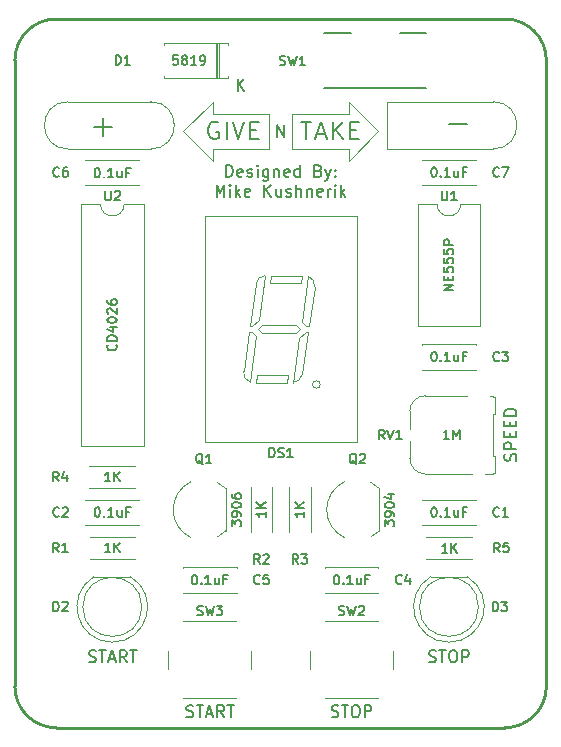
<source format=gbr>
%TF.GenerationSoftware,KiCad,Pcbnew,(5.1.8)-1*%
%TF.CreationDate,2020-12-28T19:23:03-06:00*%
%TF.ProjectId,Reaction Time Game,52656163-7469-46f6-9e20-54696d652047,rev?*%
%TF.SameCoordinates,Original*%
%TF.FileFunction,Legend,Top*%
%TF.FilePolarity,Positive*%
%FSLAX46Y46*%
G04 Gerber Fmt 4.6, Leading zero omitted, Abs format (unit mm)*
G04 Created by KiCad (PCBNEW (5.1.8)-1) date 2020-12-28 19:23:03*
%MOMM*%
%LPD*%
G01*
G04 APERTURE LIST*
%ADD10C,0.150000*%
%ADD11C,0.200000*%
%ADD12C,0.120000*%
%TA.AperFunction,Profile*%
%ADD13C,0.254000*%
%TD*%
G04 APERTURE END LIST*
D10*
X119904761Y-107390476D02*
X119952380Y-107247619D01*
X119952380Y-107009523D01*
X119904761Y-106914285D01*
X119857142Y-106866666D01*
X119761904Y-106819047D01*
X119666666Y-106819047D01*
X119571428Y-106866666D01*
X119523809Y-106914285D01*
X119476190Y-107009523D01*
X119428571Y-107200000D01*
X119380952Y-107295238D01*
X119333333Y-107342857D01*
X119238095Y-107390476D01*
X119142857Y-107390476D01*
X119047619Y-107342857D01*
X119000000Y-107295238D01*
X118952380Y-107200000D01*
X118952380Y-106961904D01*
X119000000Y-106819047D01*
X119952380Y-106390476D02*
X118952380Y-106390476D01*
X118952380Y-106009523D01*
X119000000Y-105914285D01*
X119047619Y-105866666D01*
X119142857Y-105819047D01*
X119285714Y-105819047D01*
X119380952Y-105866666D01*
X119428571Y-105914285D01*
X119476190Y-106009523D01*
X119476190Y-106390476D01*
X119428571Y-105390476D02*
X119428571Y-105057142D01*
X119952380Y-104914285D02*
X119952380Y-105390476D01*
X118952380Y-105390476D01*
X118952380Y-104914285D01*
X119428571Y-104485714D02*
X119428571Y-104152380D01*
X119952380Y-104009523D02*
X119952380Y-104485714D01*
X118952380Y-104485714D01*
X118952380Y-104009523D01*
X119952380Y-103580952D02*
X118952380Y-103580952D01*
X118952380Y-103342857D01*
X119000000Y-103200000D01*
X119095238Y-103104761D01*
X119190476Y-103057142D01*
X119380952Y-103009523D01*
X119523809Y-103009523D01*
X119714285Y-103057142D01*
X119809523Y-103104761D01*
X119904761Y-103200000D01*
X119952380Y-103342857D01*
X119952380Y-103580952D01*
D11*
X115761904Y-78857142D02*
X114238095Y-78857142D01*
X84238095Y-79142857D02*
X85761904Y-79142857D01*
X85000000Y-79904761D02*
X85000000Y-78380952D01*
D10*
X95853304Y-112949523D02*
X95853304Y-112454285D01*
X96158066Y-112720952D01*
X96158066Y-112606666D01*
X96196161Y-112530476D01*
X96234257Y-112492380D01*
X96310447Y-112454285D01*
X96500923Y-112454285D01*
X96577114Y-112492380D01*
X96615209Y-112530476D01*
X96653304Y-112606666D01*
X96653304Y-112835238D01*
X96615209Y-112911428D01*
X96577114Y-112949523D01*
X96653304Y-112073333D02*
X96653304Y-111920952D01*
X96615209Y-111844761D01*
X96577114Y-111806666D01*
X96462828Y-111730476D01*
X96310447Y-111692380D01*
X96005685Y-111692380D01*
X95929495Y-111730476D01*
X95891400Y-111768571D01*
X95853304Y-111844761D01*
X95853304Y-111997142D01*
X95891400Y-112073333D01*
X95929495Y-112111428D01*
X96005685Y-112149523D01*
X96196161Y-112149523D01*
X96272352Y-112111428D01*
X96310447Y-112073333D01*
X96348542Y-111997142D01*
X96348542Y-111844761D01*
X96310447Y-111768571D01*
X96272352Y-111730476D01*
X96196161Y-111692380D01*
X95853304Y-111197142D02*
X95853304Y-111120952D01*
X95891400Y-111044761D01*
X95929495Y-111006666D01*
X96005685Y-110968571D01*
X96158066Y-110930476D01*
X96348542Y-110930476D01*
X96500923Y-110968571D01*
X96577114Y-111006666D01*
X96615209Y-111044761D01*
X96653304Y-111120952D01*
X96653304Y-111197142D01*
X96615209Y-111273333D01*
X96577114Y-111311428D01*
X96500923Y-111349523D01*
X96348542Y-111387619D01*
X96158066Y-111387619D01*
X96005685Y-111349523D01*
X95929495Y-111311428D01*
X95891400Y-111273333D01*
X95853304Y-111197142D01*
X95853304Y-110244761D02*
X95853304Y-110397142D01*
X95891400Y-110473333D01*
X95929495Y-110511428D01*
X96043780Y-110587619D01*
X96196161Y-110625714D01*
X96500923Y-110625714D01*
X96577114Y-110587619D01*
X96615209Y-110549523D01*
X96653304Y-110473333D01*
X96653304Y-110320952D01*
X96615209Y-110244761D01*
X96577114Y-110206666D01*
X96500923Y-110168571D01*
X96310447Y-110168571D01*
X96234257Y-110206666D01*
X96196161Y-110244761D01*
X96158066Y-110320952D01*
X96158066Y-110473333D01*
X96196161Y-110549523D01*
X96234257Y-110587619D01*
X96310447Y-110625714D01*
X108811904Y-112949523D02*
X108811904Y-112454285D01*
X109116666Y-112720952D01*
X109116666Y-112606666D01*
X109154761Y-112530476D01*
X109192857Y-112492380D01*
X109269047Y-112454285D01*
X109459523Y-112454285D01*
X109535714Y-112492380D01*
X109573809Y-112530476D01*
X109611904Y-112606666D01*
X109611904Y-112835238D01*
X109573809Y-112911428D01*
X109535714Y-112949523D01*
X109611904Y-112073333D02*
X109611904Y-111920952D01*
X109573809Y-111844761D01*
X109535714Y-111806666D01*
X109421428Y-111730476D01*
X109269047Y-111692380D01*
X108964285Y-111692380D01*
X108888095Y-111730476D01*
X108850000Y-111768571D01*
X108811904Y-111844761D01*
X108811904Y-111997142D01*
X108850000Y-112073333D01*
X108888095Y-112111428D01*
X108964285Y-112149523D01*
X109154761Y-112149523D01*
X109230952Y-112111428D01*
X109269047Y-112073333D01*
X109307142Y-111997142D01*
X109307142Y-111844761D01*
X109269047Y-111768571D01*
X109230952Y-111730476D01*
X109154761Y-111692380D01*
X108811904Y-111197142D02*
X108811904Y-111120952D01*
X108850000Y-111044761D01*
X108888095Y-111006666D01*
X108964285Y-110968571D01*
X109116666Y-110930476D01*
X109307142Y-110930476D01*
X109459523Y-110968571D01*
X109535714Y-111006666D01*
X109573809Y-111044761D01*
X109611904Y-111120952D01*
X109611904Y-111197142D01*
X109573809Y-111273333D01*
X109535714Y-111311428D01*
X109459523Y-111349523D01*
X109307142Y-111387619D01*
X109116666Y-111387619D01*
X108964285Y-111349523D01*
X108888095Y-111311428D01*
X108850000Y-111273333D01*
X108811904Y-111197142D01*
X109078571Y-110244761D02*
X109611904Y-110244761D01*
X108773809Y-110435238D02*
X109345238Y-110625714D01*
X109345238Y-110130476D01*
X95380952Y-83377380D02*
X95380952Y-82377380D01*
X95619047Y-82377380D01*
X95761904Y-82425000D01*
X95857142Y-82520238D01*
X95904761Y-82615476D01*
X95952380Y-82805952D01*
X95952380Y-82948809D01*
X95904761Y-83139285D01*
X95857142Y-83234523D01*
X95761904Y-83329761D01*
X95619047Y-83377380D01*
X95380952Y-83377380D01*
X96761904Y-83329761D02*
X96666666Y-83377380D01*
X96476190Y-83377380D01*
X96380952Y-83329761D01*
X96333333Y-83234523D01*
X96333333Y-82853571D01*
X96380952Y-82758333D01*
X96476190Y-82710714D01*
X96666666Y-82710714D01*
X96761904Y-82758333D01*
X96809523Y-82853571D01*
X96809523Y-82948809D01*
X96333333Y-83044047D01*
X97190476Y-83329761D02*
X97285714Y-83377380D01*
X97476190Y-83377380D01*
X97571428Y-83329761D01*
X97619047Y-83234523D01*
X97619047Y-83186904D01*
X97571428Y-83091666D01*
X97476190Y-83044047D01*
X97333333Y-83044047D01*
X97238095Y-82996428D01*
X97190476Y-82901190D01*
X97190476Y-82853571D01*
X97238095Y-82758333D01*
X97333333Y-82710714D01*
X97476190Y-82710714D01*
X97571428Y-82758333D01*
X98047619Y-83377380D02*
X98047619Y-82710714D01*
X98047619Y-82377380D02*
X98000000Y-82425000D01*
X98047619Y-82472619D01*
X98095238Y-82425000D01*
X98047619Y-82377380D01*
X98047619Y-82472619D01*
X98952380Y-82710714D02*
X98952380Y-83520238D01*
X98904761Y-83615476D01*
X98857142Y-83663095D01*
X98761904Y-83710714D01*
X98619047Y-83710714D01*
X98523809Y-83663095D01*
X98952380Y-83329761D02*
X98857142Y-83377380D01*
X98666666Y-83377380D01*
X98571428Y-83329761D01*
X98523809Y-83282142D01*
X98476190Y-83186904D01*
X98476190Y-82901190D01*
X98523809Y-82805952D01*
X98571428Y-82758333D01*
X98666666Y-82710714D01*
X98857142Y-82710714D01*
X98952380Y-82758333D01*
X99428571Y-82710714D02*
X99428571Y-83377380D01*
X99428571Y-82805952D02*
X99476190Y-82758333D01*
X99571428Y-82710714D01*
X99714285Y-82710714D01*
X99809523Y-82758333D01*
X99857142Y-82853571D01*
X99857142Y-83377380D01*
X100714285Y-83329761D02*
X100619047Y-83377380D01*
X100428571Y-83377380D01*
X100333333Y-83329761D01*
X100285714Y-83234523D01*
X100285714Y-82853571D01*
X100333333Y-82758333D01*
X100428571Y-82710714D01*
X100619047Y-82710714D01*
X100714285Y-82758333D01*
X100761904Y-82853571D01*
X100761904Y-82948809D01*
X100285714Y-83044047D01*
X101619047Y-83377380D02*
X101619047Y-82377380D01*
X101619047Y-83329761D02*
X101523809Y-83377380D01*
X101333333Y-83377380D01*
X101238095Y-83329761D01*
X101190476Y-83282142D01*
X101142857Y-83186904D01*
X101142857Y-82901190D01*
X101190476Y-82805952D01*
X101238095Y-82758333D01*
X101333333Y-82710714D01*
X101523809Y-82710714D01*
X101619047Y-82758333D01*
X103190476Y-82853571D02*
X103333333Y-82901190D01*
X103380952Y-82948809D01*
X103428571Y-83044047D01*
X103428571Y-83186904D01*
X103380952Y-83282142D01*
X103333333Y-83329761D01*
X103238095Y-83377380D01*
X102857142Y-83377380D01*
X102857142Y-82377380D01*
X103190476Y-82377380D01*
X103285714Y-82425000D01*
X103333333Y-82472619D01*
X103380952Y-82567857D01*
X103380952Y-82663095D01*
X103333333Y-82758333D01*
X103285714Y-82805952D01*
X103190476Y-82853571D01*
X102857142Y-82853571D01*
X103761904Y-82710714D02*
X104000000Y-83377380D01*
X104238095Y-82710714D02*
X104000000Y-83377380D01*
X103904761Y-83615476D01*
X103857142Y-83663095D01*
X103761904Y-83710714D01*
X104619047Y-83282142D02*
X104666666Y-83329761D01*
X104619047Y-83377380D01*
X104571428Y-83329761D01*
X104619047Y-83282142D01*
X104619047Y-83377380D01*
X104619047Y-82758333D02*
X104666666Y-82805952D01*
X104619047Y-82853571D01*
X104571428Y-82805952D01*
X104619047Y-82758333D01*
X104619047Y-82853571D01*
X94571428Y-85027380D02*
X94571428Y-84027380D01*
X94904761Y-84741666D01*
X95238095Y-84027380D01*
X95238095Y-85027380D01*
X95714285Y-85027380D02*
X95714285Y-84360714D01*
X95714285Y-84027380D02*
X95666666Y-84075000D01*
X95714285Y-84122619D01*
X95761904Y-84075000D01*
X95714285Y-84027380D01*
X95714285Y-84122619D01*
X96190476Y-85027380D02*
X96190476Y-84027380D01*
X96285714Y-84646428D02*
X96571428Y-85027380D01*
X96571428Y-84360714D02*
X96190476Y-84741666D01*
X97380952Y-84979761D02*
X97285714Y-85027380D01*
X97095238Y-85027380D01*
X97000000Y-84979761D01*
X96952380Y-84884523D01*
X96952380Y-84503571D01*
X97000000Y-84408333D01*
X97095238Y-84360714D01*
X97285714Y-84360714D01*
X97380952Y-84408333D01*
X97428571Y-84503571D01*
X97428571Y-84598809D01*
X96952380Y-84694047D01*
X98619047Y-85027380D02*
X98619047Y-84027380D01*
X99190476Y-85027380D02*
X98761904Y-84455952D01*
X99190476Y-84027380D02*
X98619047Y-84598809D01*
X100047619Y-84360714D02*
X100047619Y-85027380D01*
X99619047Y-84360714D02*
X99619047Y-84884523D01*
X99666666Y-84979761D01*
X99761904Y-85027380D01*
X99904761Y-85027380D01*
X100000000Y-84979761D01*
X100047619Y-84932142D01*
X100476190Y-84979761D02*
X100571428Y-85027380D01*
X100761904Y-85027380D01*
X100857142Y-84979761D01*
X100904761Y-84884523D01*
X100904761Y-84836904D01*
X100857142Y-84741666D01*
X100761904Y-84694047D01*
X100619047Y-84694047D01*
X100523809Y-84646428D01*
X100476190Y-84551190D01*
X100476190Y-84503571D01*
X100523809Y-84408333D01*
X100619047Y-84360714D01*
X100761904Y-84360714D01*
X100857142Y-84408333D01*
X101333333Y-85027380D02*
X101333333Y-84027380D01*
X101761904Y-85027380D02*
X101761904Y-84503571D01*
X101714285Y-84408333D01*
X101619047Y-84360714D01*
X101476190Y-84360714D01*
X101380952Y-84408333D01*
X101333333Y-84455952D01*
X102238095Y-84360714D02*
X102238095Y-85027380D01*
X102238095Y-84455952D02*
X102285714Y-84408333D01*
X102380952Y-84360714D01*
X102523809Y-84360714D01*
X102619047Y-84408333D01*
X102666666Y-84503571D01*
X102666666Y-85027380D01*
X103523809Y-84979761D02*
X103428571Y-85027380D01*
X103238095Y-85027380D01*
X103142857Y-84979761D01*
X103095238Y-84884523D01*
X103095238Y-84503571D01*
X103142857Y-84408333D01*
X103238095Y-84360714D01*
X103428571Y-84360714D01*
X103523809Y-84408333D01*
X103571428Y-84503571D01*
X103571428Y-84598809D01*
X103095238Y-84694047D01*
X104000000Y-85027380D02*
X104000000Y-84360714D01*
X104000000Y-84551190D02*
X104047619Y-84455952D01*
X104095238Y-84408333D01*
X104190476Y-84360714D01*
X104285714Y-84360714D01*
X104619047Y-85027380D02*
X104619047Y-84360714D01*
X104619047Y-84027380D02*
X104571428Y-84075000D01*
X104619047Y-84122619D01*
X104666666Y-84075000D01*
X104619047Y-84027380D01*
X104619047Y-84122619D01*
X105095238Y-85027380D02*
X105095238Y-84027380D01*
X105190476Y-84646428D02*
X105476190Y-85027380D01*
X105476190Y-84360714D02*
X105095238Y-84741666D01*
D12*
X105750000Y-78000000D02*
X101000000Y-78000000D01*
X105750000Y-81000000D02*
X101000000Y-81000000D01*
X105750000Y-81000000D02*
X105750000Y-82000000D01*
X105750000Y-78000000D02*
X105750000Y-77000000D01*
X105750000Y-77000000D02*
X108250000Y-79500000D01*
X105750000Y-82000000D02*
X108250000Y-79500000D01*
X101000000Y-81000000D02*
X101000000Y-78000000D01*
D13*
X122500000Y-73500000D02*
X122500000Y-126500000D01*
X77500000Y-126500000D02*
X77500000Y-73500000D01*
X81000000Y-130000000D02*
X119000000Y-130000000D01*
X81000000Y-70000000D02*
X119000000Y-70000000D01*
D12*
X99000000Y-78000000D02*
X99000000Y-81000000D01*
X94250000Y-77000000D02*
X91750000Y-79500000D01*
X94250000Y-82000000D02*
X91750000Y-79500000D01*
X94250000Y-81000000D02*
X94250000Y-82000000D01*
X94250000Y-78000000D02*
X94250000Y-77000000D01*
X94250000Y-81000000D02*
X99000000Y-81000000D01*
X94250000Y-78000000D02*
X99000000Y-78000000D01*
D11*
X101750000Y-78678571D02*
X102607142Y-78678571D01*
X102178571Y-80178571D02*
X102178571Y-78678571D01*
X103035714Y-79750000D02*
X103750000Y-79750000D01*
X102892857Y-80178571D02*
X103392857Y-78678571D01*
X103892857Y-80178571D01*
X104392857Y-80178571D02*
X104392857Y-78678571D01*
X105250000Y-80178571D02*
X104607142Y-79321428D01*
X105250000Y-78678571D02*
X104392857Y-79535714D01*
X105892857Y-79392857D02*
X106392857Y-79392857D01*
X106607142Y-80178571D02*
X105892857Y-80178571D01*
X105892857Y-78678571D01*
X106607142Y-78678571D01*
D10*
X99714285Y-79952380D02*
X99714285Y-78952380D01*
X100285714Y-79952380D01*
X100285714Y-78952380D01*
D11*
X94714285Y-78750000D02*
X94571428Y-78678571D01*
X94357142Y-78678571D01*
X94142857Y-78750000D01*
X94000000Y-78892857D01*
X93928571Y-79035714D01*
X93857142Y-79321428D01*
X93857142Y-79535714D01*
X93928571Y-79821428D01*
X94000000Y-79964285D01*
X94142857Y-80107142D01*
X94357142Y-80178571D01*
X94500000Y-80178571D01*
X94714285Y-80107142D01*
X94785714Y-80035714D01*
X94785714Y-79535714D01*
X94500000Y-79535714D01*
X95428571Y-80178571D02*
X95428571Y-78678571D01*
X95928571Y-78678571D02*
X96428571Y-80178571D01*
X96928571Y-78678571D01*
X97428571Y-79392857D02*
X97928571Y-79392857D01*
X98142857Y-80178571D02*
X97428571Y-80178571D01*
X97428571Y-78678571D01*
X98142857Y-78678571D01*
D13*
X122500000Y-126500000D02*
G75*
G02*
X119000000Y-130000000I-3500000J0D01*
G01*
X81000000Y-130000000D02*
G75*
G02*
X77500000Y-126500000I0J3500000D01*
G01*
X119000000Y-70000000D02*
G75*
G02*
X122500000Y-73500000I0J-3500000D01*
G01*
X77500000Y-73500000D02*
G75*
G02*
X81000000Y-70000000I3500000J0D01*
G01*
D12*
X83805000Y-107860000D02*
X87645000Y-107860000D01*
X83805000Y-109700000D02*
X87645000Y-109700000D01*
X83480000Y-110710000D02*
X88020000Y-110710000D01*
X83480000Y-112850000D02*
X88020000Y-112850000D01*
X83480000Y-110710000D02*
X83480000Y-110725000D01*
X83480000Y-112835000D02*
X83480000Y-112850000D01*
X88020000Y-110710000D02*
X88020000Y-110725000D01*
X88020000Y-112835000D02*
X88020000Y-112850000D01*
X109000000Y-77000000D02*
X109000000Y-81000000D01*
X118000000Y-81000000D02*
X109000000Y-81000000D01*
X118000000Y-77000000D02*
X109000000Y-77000000D01*
X118000000Y-77000000D02*
G75*
G02*
X118000000Y-81000000I0J-2000000D01*
G01*
X82000000Y-81000000D02*
X89000000Y-81000000D01*
X82000000Y-77000000D02*
X89000000Y-77000000D01*
X82000000Y-81000000D02*
G75*
G02*
X82000000Y-77000000I0J2000000D01*
G01*
X89000000Y-77000000D02*
G75*
G02*
X89000000Y-81000000I0J-2000000D01*
G01*
D10*
X106000000Y-71200000D02*
X103700000Y-71200000D01*
X112300000Y-75800000D02*
X103700000Y-75800000D01*
X112300000Y-71200000D02*
X110100000Y-71200000D01*
D12*
X93575000Y-105850000D02*
X106425000Y-105850000D01*
X106425000Y-105850000D02*
X106425000Y-86650000D01*
X93575000Y-105850000D02*
X93575000Y-86650000D01*
X93575000Y-86650000D02*
X106425000Y-86650000D01*
X101829390Y-100067277D02*
X102328627Y-96515000D01*
X102328627Y-96515000D02*
X102116789Y-96515000D01*
X102116789Y-96515000D02*
X101590146Y-97041643D01*
X101590146Y-97041643D02*
X101065466Y-100774953D01*
X98025227Y-100118600D02*
X97932751Y-100776600D01*
X97932751Y-100776600D02*
X100530027Y-100776600D01*
X100530027Y-100776600D02*
X100622502Y-100118600D01*
X100622502Y-100118600D02*
X98025227Y-100118600D01*
X97404268Y-100728748D02*
X97949872Y-96846546D01*
X97949872Y-96846546D02*
X97618326Y-96515000D01*
X97618326Y-96515000D02*
X97332001Y-96515000D01*
X97332001Y-96515000D02*
X96864998Y-99837922D01*
X101303256Y-96579000D02*
X101632256Y-96250000D01*
X101632256Y-96250000D02*
X101303255Y-95921000D01*
X101303255Y-95921000D02*
X98431858Y-95921000D01*
X98431858Y-95921000D02*
X98102859Y-96250000D01*
X98102859Y-96250000D02*
X98431859Y-96579000D01*
X98431859Y-96579000D02*
X101303256Y-96579000D01*
X102403113Y-95985000D02*
X102870116Y-92662078D01*
X102330846Y-91771252D02*
X101785242Y-95653454D01*
X101785242Y-95653454D02*
X102116789Y-95985000D01*
X102116789Y-95985000D02*
X102403113Y-95985000D01*
X101709888Y-92381400D02*
X101802363Y-91723400D01*
X101802363Y-91723400D02*
X99205088Y-91723400D01*
X99205088Y-91723400D02*
X99112612Y-92381400D01*
X99112612Y-92381400D02*
X101709888Y-92381400D01*
X97905725Y-92432723D02*
X97406488Y-95985000D01*
X97406488Y-95985000D02*
X97618326Y-95985000D01*
X97618326Y-95985000D02*
X98144969Y-95458357D01*
X98144969Y-95458357D02*
X98669648Y-91725047D01*
X103034501Y-101271600D02*
G75*
G02*
X103034501Y-100613600I0J329000D01*
G01*
X103034501Y-100613601D02*
G75*
G02*
X103034501Y-101271599I0J-328999D01*
G01*
X97905726Y-92432722D02*
G75*
G02*
X98669648Y-91725047I815980J-114678D01*
G01*
X102330846Y-91771251D02*
G75*
G02*
X102870116Y-92662078I-276711J-776149D01*
G01*
X97404268Y-100728749D02*
G75*
G02*
X96864998Y-99837922I276711J776149D01*
G01*
X101829389Y-100067278D02*
G75*
G02*
X101065466Y-100774953I-815980J114678D01*
G01*
X108350000Y-113340000D02*
X108350000Y-109740000D01*
X107622795Y-109215816D02*
G75*
G02*
X108350000Y-109740000I-1122795J-2324184D01*
G01*
X105401193Y-109183600D02*
G75*
G03*
X103900000Y-111540000I1098807J-2356400D01*
G01*
X105401193Y-113896400D02*
G75*
G02*
X103900000Y-111540000I1098807J2356400D01*
G01*
X107622795Y-113864184D02*
G75*
G03*
X108350000Y-113340000I-1122795J2324184D01*
G01*
X95350000Y-113340000D02*
X95350000Y-109740000D01*
X94622795Y-109215816D02*
G75*
G02*
X95350000Y-109740000I-1122795J-2324184D01*
G01*
X92401193Y-109183600D02*
G75*
G03*
X90900000Y-111540000I1098807J-2356400D01*
G01*
X92401193Y-113896400D02*
G75*
G02*
X90900000Y-111540000I1098807J2356400D01*
G01*
X94622795Y-113864184D02*
G75*
G03*
X95350000Y-113340000I-1122795J2324184D01*
G01*
X118160000Y-101990000D02*
X118160000Y-103410000D01*
X117960000Y-103410000D02*
X117960000Y-106990000D01*
X117960000Y-106990000D02*
X118160000Y-106990000D01*
X118160000Y-106990000D02*
X118160000Y-108410000D01*
X118160000Y-108410000D02*
X117960000Y-108410000D01*
X110940000Y-104690000D02*
X110940000Y-103200000D01*
X112250000Y-101890000D02*
X115790000Y-101890000D01*
X116230000Y-108510000D02*
X112250000Y-108510000D01*
X110940000Y-107200000D02*
X110940000Y-105710000D01*
X117960000Y-103410000D02*
X118160000Y-103410000D01*
X118160000Y-101990000D02*
X117960000Y-101990000D01*
X117960000Y-101990000D02*
X117960000Y-101890000D01*
X117960000Y-101890000D02*
X117710000Y-101890000D01*
X117960000Y-108410000D02*
X117960000Y-108510000D01*
X117960000Y-108510000D02*
X117270000Y-108510000D01*
X110940000Y-103200000D02*
G75*
G02*
X112250000Y-101890000I1310000J0D01*
G01*
X112250000Y-108510000D02*
G75*
G02*
X110940000Y-107200000I0J1310000D01*
G01*
X109500000Y-125000000D02*
X109500000Y-123500000D01*
X108250000Y-121000000D02*
X103750000Y-121000000D01*
X102500000Y-123500000D02*
X102500000Y-125000000D01*
X103750000Y-127500000D02*
X108250000Y-127500000D01*
X112330000Y-115700000D02*
X116170000Y-115700000D01*
X112330000Y-113860000D02*
X116170000Y-113860000D01*
X100705000Y-109620000D02*
X100705000Y-113460000D01*
X102545000Y-109620000D02*
X102545000Y-113460000D01*
X99295000Y-113460000D02*
X99295000Y-109620000D01*
X97455000Y-113460000D02*
X97455000Y-109620000D01*
X87670000Y-113860000D02*
X83830000Y-113860000D01*
X87670000Y-115700000D02*
X83830000Y-115700000D01*
X115795000Y-117210000D02*
X112705000Y-117210000D01*
X116750000Y-119770000D02*
G75*
G03*
X116750000Y-119770000I-2500000J0D01*
G01*
X114250462Y-122760000D02*
G75*
G02*
X112705170Y-117210000I-462J2990000D01*
G01*
X114249538Y-122760000D02*
G75*
G03*
X115794830Y-117210000I462J2990000D01*
G01*
X87295000Y-117210000D02*
X84205000Y-117210000D01*
X88250000Y-119770000D02*
G75*
G03*
X88250000Y-119770000I-2500000J0D01*
G01*
X85750462Y-122760000D02*
G75*
G02*
X84205170Y-117210000I-462J2990000D01*
G01*
X85749538Y-122760000D02*
G75*
G03*
X87294830Y-117210000I462J2990000D01*
G01*
X96270000Y-118555000D02*
X96270000Y-118570000D01*
X96270000Y-116430000D02*
X96270000Y-116445000D01*
X91730000Y-118555000D02*
X91730000Y-118570000D01*
X91730000Y-116430000D02*
X91730000Y-116445000D01*
X91730000Y-118570000D02*
X96270000Y-118570000D01*
X91730000Y-116430000D02*
X96270000Y-116430000D01*
X108270000Y-118555000D02*
X108270000Y-118570000D01*
X108270000Y-116430000D02*
X108270000Y-116445000D01*
X103730000Y-118555000D02*
X103730000Y-118570000D01*
X103730000Y-116430000D02*
X103730000Y-116445000D01*
X103730000Y-118570000D02*
X108270000Y-118570000D01*
X103730000Y-116430000D02*
X108270000Y-116430000D01*
X111980000Y-110725000D02*
X111980000Y-110710000D01*
X111980000Y-112850000D02*
X111980000Y-112835000D01*
X116520000Y-110725000D02*
X116520000Y-110710000D01*
X116520000Y-112850000D02*
X116520000Y-112835000D01*
X116520000Y-110710000D02*
X111980000Y-110710000D01*
X116520000Y-112850000D02*
X111980000Y-112850000D01*
X88400000Y-85670000D02*
X86750000Y-85670000D01*
X88400000Y-106110000D02*
X88400000Y-85670000D01*
X83100000Y-106110000D02*
X88400000Y-106110000D01*
X83100000Y-85670000D02*
X83100000Y-106110000D01*
X84750000Y-85670000D02*
X83100000Y-85670000D01*
X86750000Y-85670000D02*
G75*
G02*
X84750000Y-85670000I-1000000J0D01*
G01*
X116900000Y-85670000D02*
X115250000Y-85670000D01*
X116900000Y-95950000D02*
X116900000Y-85670000D01*
X111600000Y-95950000D02*
X116900000Y-95950000D01*
X111600000Y-85670000D02*
X111600000Y-95950000D01*
X113250000Y-85670000D02*
X111600000Y-85670000D01*
X115250000Y-85670000D02*
G75*
G02*
X113250000Y-85670000I-1000000J0D01*
G01*
X97500000Y-125000000D02*
X97500000Y-123500000D01*
X96250000Y-121000000D02*
X91750000Y-121000000D01*
X90500000Y-123500000D02*
X90500000Y-125000000D01*
X91750000Y-127500000D02*
X96250000Y-127500000D01*
X95530000Y-74840000D02*
X95530000Y-74970000D01*
X95530000Y-74970000D02*
X90090000Y-74970000D01*
X90090000Y-74970000D02*
X90090000Y-74840000D01*
X95530000Y-72160000D02*
X95530000Y-72030000D01*
X95530000Y-72030000D02*
X90090000Y-72030000D01*
X90090000Y-72030000D02*
X90090000Y-72160000D01*
X94630000Y-74970000D02*
X94630000Y-72030000D01*
X94510000Y-74970000D02*
X94510000Y-72030000D01*
X94750000Y-74970000D02*
X94750000Y-72030000D01*
X116520000Y-84070000D02*
X111980000Y-84070000D01*
X116520000Y-81930000D02*
X111980000Y-81930000D01*
X116520000Y-84070000D02*
X116520000Y-84055000D01*
X116520000Y-81945000D02*
X116520000Y-81930000D01*
X111980000Y-84070000D02*
X111980000Y-84055000D01*
X111980000Y-81945000D02*
X111980000Y-81930000D01*
X83480000Y-81930000D02*
X88020000Y-81930000D01*
X83480000Y-84070000D02*
X88020000Y-84070000D01*
X83480000Y-81930000D02*
X83480000Y-81945000D01*
X83480000Y-84055000D02*
X83480000Y-84070000D01*
X88020000Y-81930000D02*
X88020000Y-81945000D01*
X88020000Y-84055000D02*
X88020000Y-84070000D01*
X111980000Y-97550000D02*
X116520000Y-97550000D01*
X111980000Y-99690000D02*
X116520000Y-99690000D01*
X111980000Y-97550000D02*
X111980000Y-97565000D01*
X111980000Y-99675000D02*
X111980000Y-99690000D01*
X116520000Y-97550000D02*
X116520000Y-97565000D01*
X116520000Y-99675000D02*
X116520000Y-99690000D01*
D10*
X81198214Y-109141904D02*
X80931547Y-108760952D01*
X80741071Y-109141904D02*
X80741071Y-108341904D01*
X81045833Y-108341904D01*
X81122023Y-108380000D01*
X81160119Y-108418095D01*
X81198214Y-108494285D01*
X81198214Y-108608571D01*
X81160119Y-108684761D01*
X81122023Y-108722857D01*
X81045833Y-108760952D01*
X80741071Y-108760952D01*
X81883928Y-108608571D02*
X81883928Y-109141904D01*
X81693452Y-108303809D02*
X81502976Y-108875238D01*
X81998214Y-108875238D01*
X85578571Y-109141904D02*
X85121428Y-109141904D01*
X85350000Y-109141904D02*
X85350000Y-108341904D01*
X85273809Y-108456190D01*
X85197619Y-108532380D01*
X85121428Y-108570476D01*
X85921428Y-109141904D02*
X85921428Y-108341904D01*
X86378571Y-109141904D02*
X86035714Y-108684761D01*
X86378571Y-108341904D02*
X85921428Y-108799047D01*
X81238214Y-112065714D02*
X81200119Y-112103809D01*
X81085833Y-112141904D01*
X81009642Y-112141904D01*
X80895357Y-112103809D01*
X80819166Y-112027619D01*
X80781071Y-111951428D01*
X80742976Y-111799047D01*
X80742976Y-111684761D01*
X80781071Y-111532380D01*
X80819166Y-111456190D01*
X80895357Y-111380000D01*
X81009642Y-111341904D01*
X81085833Y-111341904D01*
X81200119Y-111380000D01*
X81238214Y-111418095D01*
X81542976Y-111418095D02*
X81581071Y-111380000D01*
X81657261Y-111341904D01*
X81847738Y-111341904D01*
X81923928Y-111380000D01*
X81962023Y-111418095D01*
X82000119Y-111494285D01*
X82000119Y-111570476D01*
X81962023Y-111684761D01*
X81504880Y-112141904D01*
X82000119Y-112141904D01*
X84435714Y-111341904D02*
X84511904Y-111341904D01*
X84588095Y-111380000D01*
X84626190Y-111418095D01*
X84664285Y-111494285D01*
X84702380Y-111646666D01*
X84702380Y-111837142D01*
X84664285Y-111989523D01*
X84626190Y-112065714D01*
X84588095Y-112103809D01*
X84511904Y-112141904D01*
X84435714Y-112141904D01*
X84359523Y-112103809D01*
X84321428Y-112065714D01*
X84283333Y-111989523D01*
X84245238Y-111837142D01*
X84245238Y-111646666D01*
X84283333Y-111494285D01*
X84321428Y-111418095D01*
X84359523Y-111380000D01*
X84435714Y-111341904D01*
X85045238Y-112065714D02*
X85083333Y-112103809D01*
X85045238Y-112141904D01*
X85007142Y-112103809D01*
X85045238Y-112065714D01*
X85045238Y-112141904D01*
X85845238Y-112141904D02*
X85388095Y-112141904D01*
X85616666Y-112141904D02*
X85616666Y-111341904D01*
X85540476Y-111456190D01*
X85464285Y-111532380D01*
X85388095Y-111570476D01*
X86530952Y-111608571D02*
X86530952Y-112141904D01*
X86188095Y-111608571D02*
X86188095Y-112027619D01*
X86226190Y-112103809D01*
X86302380Y-112141904D01*
X86416666Y-112141904D01*
X86492857Y-112103809D01*
X86530952Y-112065714D01*
X87178571Y-111722857D02*
X86911904Y-111722857D01*
X86911904Y-112141904D02*
X86911904Y-111341904D01*
X87292857Y-111341904D01*
X99941733Y-73874609D02*
X100056019Y-73912704D01*
X100246495Y-73912704D01*
X100322685Y-73874609D01*
X100360780Y-73836514D01*
X100398876Y-73760323D01*
X100398876Y-73684133D01*
X100360780Y-73607942D01*
X100322685Y-73569847D01*
X100246495Y-73531752D01*
X100094114Y-73493657D01*
X100017923Y-73455561D01*
X99979828Y-73417466D01*
X99941733Y-73341276D01*
X99941733Y-73265085D01*
X99979828Y-73188895D01*
X100017923Y-73150800D01*
X100094114Y-73112704D01*
X100284590Y-73112704D01*
X100398876Y-73150800D01*
X100665542Y-73112704D02*
X100856019Y-73912704D01*
X101008400Y-73341276D01*
X101160780Y-73912704D01*
X101351257Y-73112704D01*
X102075066Y-73912704D02*
X101617923Y-73912704D01*
X101846495Y-73912704D02*
X101846495Y-73112704D01*
X101770304Y-73226990D01*
X101694114Y-73303180D01*
X101617923Y-73341276D01*
X99028571Y-107111904D02*
X99028571Y-106311904D01*
X99219047Y-106311904D01*
X99333333Y-106350000D01*
X99409523Y-106426190D01*
X99447619Y-106502380D01*
X99485714Y-106654761D01*
X99485714Y-106769047D01*
X99447619Y-106921428D01*
X99409523Y-106997619D01*
X99333333Y-107073809D01*
X99219047Y-107111904D01*
X99028571Y-107111904D01*
X99790476Y-107073809D02*
X99904761Y-107111904D01*
X100095238Y-107111904D01*
X100171428Y-107073809D01*
X100209523Y-107035714D01*
X100247619Y-106959523D01*
X100247619Y-106883333D01*
X100209523Y-106807142D01*
X100171428Y-106769047D01*
X100095238Y-106730952D01*
X99942857Y-106692857D01*
X99866666Y-106654761D01*
X99828571Y-106616666D01*
X99790476Y-106540476D01*
X99790476Y-106464285D01*
X99828571Y-106388095D01*
X99866666Y-106350000D01*
X99942857Y-106311904D01*
X100133333Y-106311904D01*
X100247619Y-106350000D01*
X101009523Y-107111904D02*
X100552380Y-107111904D01*
X100780952Y-107111904D02*
X100780952Y-106311904D01*
X100704761Y-106426190D01*
X100628571Y-106502380D01*
X100552380Y-106540476D01*
X106423809Y-107688095D02*
X106347619Y-107650000D01*
X106271428Y-107573809D01*
X106157142Y-107459523D01*
X106080952Y-107421428D01*
X106004761Y-107421428D01*
X106042857Y-107611904D02*
X105966666Y-107573809D01*
X105890476Y-107497619D01*
X105852380Y-107345238D01*
X105852380Y-107078571D01*
X105890476Y-106926190D01*
X105966666Y-106850000D01*
X106042857Y-106811904D01*
X106195238Y-106811904D01*
X106271428Y-106850000D01*
X106347619Y-106926190D01*
X106385714Y-107078571D01*
X106385714Y-107345238D01*
X106347619Y-107497619D01*
X106271428Y-107573809D01*
X106195238Y-107611904D01*
X106042857Y-107611904D01*
X106690476Y-106888095D02*
X106728571Y-106850000D01*
X106804761Y-106811904D01*
X106995238Y-106811904D01*
X107071428Y-106850000D01*
X107109523Y-106888095D01*
X107147619Y-106964285D01*
X107147619Y-107040476D01*
X107109523Y-107154761D01*
X106652380Y-107611904D01*
X107147619Y-107611904D01*
X93423809Y-107688095D02*
X93347619Y-107650000D01*
X93271428Y-107573809D01*
X93157142Y-107459523D01*
X93080952Y-107421428D01*
X93004761Y-107421428D01*
X93042857Y-107611904D02*
X92966666Y-107573809D01*
X92890476Y-107497619D01*
X92852380Y-107345238D01*
X92852380Y-107078571D01*
X92890476Y-106926190D01*
X92966666Y-106850000D01*
X93042857Y-106811904D01*
X93195238Y-106811904D01*
X93271428Y-106850000D01*
X93347619Y-106926190D01*
X93385714Y-107078571D01*
X93385714Y-107345238D01*
X93347619Y-107497619D01*
X93271428Y-107573809D01*
X93195238Y-107611904D01*
X93042857Y-107611904D01*
X94147619Y-107611904D02*
X93690476Y-107611904D01*
X93919047Y-107611904D02*
X93919047Y-106811904D01*
X93842857Y-106926190D01*
X93766666Y-107002380D01*
X93690476Y-107040476D01*
X108802500Y-105561904D02*
X108535833Y-105180952D01*
X108345357Y-105561904D02*
X108345357Y-104761904D01*
X108650119Y-104761904D01*
X108726309Y-104800000D01*
X108764404Y-104838095D01*
X108802500Y-104914285D01*
X108802500Y-105028571D01*
X108764404Y-105104761D01*
X108726309Y-105142857D01*
X108650119Y-105180952D01*
X108345357Y-105180952D01*
X109031071Y-104761904D02*
X109297738Y-105561904D01*
X109564404Y-104761904D01*
X110250119Y-105561904D02*
X109792976Y-105561904D01*
X110021547Y-105561904D02*
X110021547Y-104761904D01*
X109945357Y-104876190D01*
X109869166Y-104952380D01*
X109792976Y-104990476D01*
X114271428Y-105561904D02*
X113814285Y-105561904D01*
X114042857Y-105561904D02*
X114042857Y-104761904D01*
X113966666Y-104876190D01*
X113890476Y-104952380D01*
X113814285Y-104990476D01*
X114614285Y-105561904D02*
X114614285Y-104761904D01*
X114880952Y-105333333D01*
X115147619Y-104761904D01*
X115147619Y-105561904D01*
X104933333Y-120448809D02*
X105047619Y-120486904D01*
X105238095Y-120486904D01*
X105314285Y-120448809D01*
X105352380Y-120410714D01*
X105390476Y-120334523D01*
X105390476Y-120258333D01*
X105352380Y-120182142D01*
X105314285Y-120144047D01*
X105238095Y-120105952D01*
X105085714Y-120067857D01*
X105009523Y-120029761D01*
X104971428Y-119991666D01*
X104933333Y-119915476D01*
X104933333Y-119839285D01*
X104971428Y-119763095D01*
X105009523Y-119725000D01*
X105085714Y-119686904D01*
X105276190Y-119686904D01*
X105390476Y-119725000D01*
X105657142Y-119686904D02*
X105847619Y-120486904D01*
X106000000Y-119915476D01*
X106152380Y-120486904D01*
X106342857Y-119686904D01*
X106609523Y-119763095D02*
X106647619Y-119725000D01*
X106723809Y-119686904D01*
X106914285Y-119686904D01*
X106990476Y-119725000D01*
X107028571Y-119763095D01*
X107066666Y-119839285D01*
X107066666Y-119915476D01*
X107028571Y-120029761D01*
X106571428Y-120486904D01*
X107066666Y-120486904D01*
X104309523Y-129054761D02*
X104452380Y-129102380D01*
X104690476Y-129102380D01*
X104785714Y-129054761D01*
X104833333Y-129007142D01*
X104880952Y-128911904D01*
X104880952Y-128816666D01*
X104833333Y-128721428D01*
X104785714Y-128673809D01*
X104690476Y-128626190D01*
X104500000Y-128578571D01*
X104404761Y-128530952D01*
X104357142Y-128483333D01*
X104309523Y-128388095D01*
X104309523Y-128292857D01*
X104357142Y-128197619D01*
X104404761Y-128150000D01*
X104500000Y-128102380D01*
X104738095Y-128102380D01*
X104880952Y-128150000D01*
X105166666Y-128102380D02*
X105738095Y-128102380D01*
X105452380Y-129102380D02*
X105452380Y-128102380D01*
X106261904Y-128102380D02*
X106452380Y-128102380D01*
X106547619Y-128150000D01*
X106642857Y-128245238D01*
X106690476Y-128435714D01*
X106690476Y-128769047D01*
X106642857Y-128959523D01*
X106547619Y-129054761D01*
X106452380Y-129102380D01*
X106261904Y-129102380D01*
X106166666Y-129054761D01*
X106071428Y-128959523D01*
X106023809Y-128769047D01*
X106023809Y-128435714D01*
X106071428Y-128245238D01*
X106166666Y-128150000D01*
X106261904Y-128102380D01*
X107119047Y-129102380D02*
X107119047Y-128102380D01*
X107500000Y-128102380D01*
X107595238Y-128150000D01*
X107642857Y-128197619D01*
X107690476Y-128292857D01*
X107690476Y-128435714D01*
X107642857Y-128530952D01*
X107595238Y-128578571D01*
X107500000Y-128626190D01*
X107119047Y-128626190D01*
X118535119Y-115141904D02*
X118268452Y-114760952D01*
X118077976Y-115141904D02*
X118077976Y-114341904D01*
X118382738Y-114341904D01*
X118458928Y-114380000D01*
X118497023Y-114418095D01*
X118535119Y-114494285D01*
X118535119Y-114608571D01*
X118497023Y-114684761D01*
X118458928Y-114722857D01*
X118382738Y-114760952D01*
X118077976Y-114760952D01*
X119258928Y-114341904D02*
X118877976Y-114341904D01*
X118839880Y-114722857D01*
X118877976Y-114684761D01*
X118954166Y-114646666D01*
X119144642Y-114646666D01*
X119220833Y-114684761D01*
X119258928Y-114722857D01*
X119297023Y-114799047D01*
X119297023Y-114989523D01*
X119258928Y-115065714D01*
X119220833Y-115103809D01*
X119144642Y-115141904D01*
X118954166Y-115141904D01*
X118877976Y-115103809D01*
X118839880Y-115065714D01*
X114103971Y-115192704D02*
X113646828Y-115192704D01*
X113875400Y-115192704D02*
X113875400Y-114392704D01*
X113799209Y-114506990D01*
X113723019Y-114583180D01*
X113646828Y-114621276D01*
X114446828Y-115192704D02*
X114446828Y-114392704D01*
X114903971Y-115192704D02*
X114561114Y-114735561D01*
X114903971Y-114392704D02*
X114446828Y-114849847D01*
X101491666Y-116111904D02*
X101225000Y-115730952D01*
X101034523Y-116111904D02*
X101034523Y-115311904D01*
X101339285Y-115311904D01*
X101415476Y-115350000D01*
X101453571Y-115388095D01*
X101491666Y-115464285D01*
X101491666Y-115578571D01*
X101453571Y-115654761D01*
X101415476Y-115692857D01*
X101339285Y-115730952D01*
X101034523Y-115730952D01*
X101758333Y-115311904D02*
X102253571Y-115311904D01*
X101986904Y-115616666D01*
X102101190Y-115616666D01*
X102177380Y-115654761D01*
X102215476Y-115692857D01*
X102253571Y-115769047D01*
X102253571Y-115959523D01*
X102215476Y-116035714D01*
X102177380Y-116073809D01*
X102101190Y-116111904D01*
X101872619Y-116111904D01*
X101796428Y-116073809D01*
X101758333Y-116035714D01*
X101986904Y-111711428D02*
X101986904Y-112168571D01*
X101986904Y-111940000D02*
X101186904Y-111940000D01*
X101301190Y-112016190D01*
X101377380Y-112092380D01*
X101415476Y-112168571D01*
X101986904Y-111368571D02*
X101186904Y-111368571D01*
X101986904Y-110911428D02*
X101529761Y-111254285D01*
X101186904Y-110911428D02*
X101644047Y-111368571D01*
X98241666Y-116111904D02*
X97975000Y-115730952D01*
X97784523Y-116111904D02*
X97784523Y-115311904D01*
X98089285Y-115311904D01*
X98165476Y-115350000D01*
X98203571Y-115388095D01*
X98241666Y-115464285D01*
X98241666Y-115578571D01*
X98203571Y-115654761D01*
X98165476Y-115692857D01*
X98089285Y-115730952D01*
X97784523Y-115730952D01*
X98546428Y-115388095D02*
X98584523Y-115350000D01*
X98660714Y-115311904D01*
X98851190Y-115311904D01*
X98927380Y-115350000D01*
X98965476Y-115388095D01*
X99003571Y-115464285D01*
X99003571Y-115540476D01*
X98965476Y-115654761D01*
X98508333Y-116111904D01*
X99003571Y-116111904D01*
X98736904Y-111711428D02*
X98736904Y-112168571D01*
X98736904Y-111940000D02*
X97936904Y-111940000D01*
X98051190Y-112016190D01*
X98127380Y-112092380D01*
X98165476Y-112168571D01*
X98736904Y-111368571D02*
X97936904Y-111368571D01*
X98736904Y-110911428D02*
X98279761Y-111254285D01*
X97936904Y-110911428D02*
X98394047Y-111368571D01*
X81198214Y-115141904D02*
X80931547Y-114760952D01*
X80741071Y-115141904D02*
X80741071Y-114341904D01*
X81045833Y-114341904D01*
X81122023Y-114380000D01*
X81160119Y-114418095D01*
X81198214Y-114494285D01*
X81198214Y-114608571D01*
X81160119Y-114684761D01*
X81122023Y-114722857D01*
X81045833Y-114760952D01*
X80741071Y-114760952D01*
X81960119Y-115141904D02*
X81502976Y-115141904D01*
X81731547Y-115141904D02*
X81731547Y-114341904D01*
X81655357Y-114456190D01*
X81579166Y-114532380D01*
X81502976Y-114570476D01*
X85578571Y-115141904D02*
X85121428Y-115141904D01*
X85350000Y-115141904D02*
X85350000Y-114341904D01*
X85273809Y-114456190D01*
X85197619Y-114532380D01*
X85121428Y-114570476D01*
X85921428Y-115141904D02*
X85921428Y-114341904D01*
X86378571Y-115141904D02*
X86035714Y-114684761D01*
X86378571Y-114341904D02*
X85921428Y-114799047D01*
X117974571Y-120131904D02*
X117974571Y-119331904D01*
X118165047Y-119331904D01*
X118279333Y-119370000D01*
X118355523Y-119446190D01*
X118393619Y-119522380D01*
X118431714Y-119674761D01*
X118431714Y-119789047D01*
X118393619Y-119941428D01*
X118355523Y-120017619D01*
X118279333Y-120093809D01*
X118165047Y-120131904D01*
X117974571Y-120131904D01*
X118698380Y-119331904D02*
X119193619Y-119331904D01*
X118926952Y-119636666D01*
X119041238Y-119636666D01*
X119117428Y-119674761D01*
X119155523Y-119712857D01*
X119193619Y-119789047D01*
X119193619Y-119979523D01*
X119155523Y-120055714D01*
X119117428Y-120093809D01*
X119041238Y-120131904D01*
X118812666Y-120131904D01*
X118736476Y-120093809D01*
X118698380Y-120055714D01*
X112559523Y-124404761D02*
X112702380Y-124452380D01*
X112940476Y-124452380D01*
X113035714Y-124404761D01*
X113083333Y-124357142D01*
X113130952Y-124261904D01*
X113130952Y-124166666D01*
X113083333Y-124071428D01*
X113035714Y-124023809D01*
X112940476Y-123976190D01*
X112750000Y-123928571D01*
X112654761Y-123880952D01*
X112607142Y-123833333D01*
X112559523Y-123738095D01*
X112559523Y-123642857D01*
X112607142Y-123547619D01*
X112654761Y-123500000D01*
X112750000Y-123452380D01*
X112988095Y-123452380D01*
X113130952Y-123500000D01*
X113416666Y-123452380D02*
X113988095Y-123452380D01*
X113702380Y-124452380D02*
X113702380Y-123452380D01*
X114511904Y-123452380D02*
X114702380Y-123452380D01*
X114797619Y-123500000D01*
X114892857Y-123595238D01*
X114940476Y-123785714D01*
X114940476Y-124119047D01*
X114892857Y-124309523D01*
X114797619Y-124404761D01*
X114702380Y-124452380D01*
X114511904Y-124452380D01*
X114416666Y-124404761D01*
X114321428Y-124309523D01*
X114273809Y-124119047D01*
X114273809Y-123785714D01*
X114321428Y-123595238D01*
X114416666Y-123500000D01*
X114511904Y-123452380D01*
X115369047Y-124452380D02*
X115369047Y-123452380D01*
X115750000Y-123452380D01*
X115845238Y-123500000D01*
X115892857Y-123547619D01*
X115940476Y-123642857D01*
X115940476Y-123785714D01*
X115892857Y-123880952D01*
X115845238Y-123928571D01*
X115750000Y-123976190D01*
X115369047Y-123976190D01*
X80741071Y-120115904D02*
X80741071Y-119315904D01*
X80931547Y-119315904D01*
X81045833Y-119354000D01*
X81122023Y-119430190D01*
X81160119Y-119506380D01*
X81198214Y-119658761D01*
X81198214Y-119773047D01*
X81160119Y-119925428D01*
X81122023Y-120001619D01*
X81045833Y-120077809D01*
X80931547Y-120115904D01*
X80741071Y-120115904D01*
X81502976Y-119392095D02*
X81541071Y-119354000D01*
X81617261Y-119315904D01*
X81807738Y-119315904D01*
X81883928Y-119354000D01*
X81922023Y-119392095D01*
X81960119Y-119468285D01*
X81960119Y-119544476D01*
X81922023Y-119658761D01*
X81464880Y-120115904D01*
X81960119Y-120115904D01*
X83773809Y-124404761D02*
X83916666Y-124452380D01*
X84154761Y-124452380D01*
X84250000Y-124404761D01*
X84297619Y-124357142D01*
X84345238Y-124261904D01*
X84345238Y-124166666D01*
X84297619Y-124071428D01*
X84250000Y-124023809D01*
X84154761Y-123976190D01*
X83964285Y-123928571D01*
X83869047Y-123880952D01*
X83821428Y-123833333D01*
X83773809Y-123738095D01*
X83773809Y-123642857D01*
X83821428Y-123547619D01*
X83869047Y-123500000D01*
X83964285Y-123452380D01*
X84202380Y-123452380D01*
X84345238Y-123500000D01*
X84630952Y-123452380D02*
X85202380Y-123452380D01*
X84916666Y-124452380D02*
X84916666Y-123452380D01*
X85488095Y-124166666D02*
X85964285Y-124166666D01*
X85392857Y-124452380D02*
X85726190Y-123452380D01*
X86059523Y-124452380D01*
X86964285Y-124452380D02*
X86630952Y-123976190D01*
X86392857Y-124452380D02*
X86392857Y-123452380D01*
X86773809Y-123452380D01*
X86869047Y-123500000D01*
X86916666Y-123547619D01*
X86964285Y-123642857D01*
X86964285Y-123785714D01*
X86916666Y-123880952D01*
X86869047Y-123928571D01*
X86773809Y-123976190D01*
X86392857Y-123976190D01*
X87250000Y-123452380D02*
X87821428Y-123452380D01*
X87535714Y-124452380D02*
X87535714Y-123452380D01*
X98245119Y-117785714D02*
X98207023Y-117823809D01*
X98092738Y-117861904D01*
X98016547Y-117861904D01*
X97902261Y-117823809D01*
X97826071Y-117747619D01*
X97787976Y-117671428D01*
X97749880Y-117519047D01*
X97749880Y-117404761D01*
X97787976Y-117252380D01*
X97826071Y-117176190D01*
X97902261Y-117100000D01*
X98016547Y-117061904D01*
X98092738Y-117061904D01*
X98207023Y-117100000D01*
X98245119Y-117138095D01*
X98968928Y-117061904D02*
X98587976Y-117061904D01*
X98549880Y-117442857D01*
X98587976Y-117404761D01*
X98664166Y-117366666D01*
X98854642Y-117366666D01*
X98930833Y-117404761D01*
X98968928Y-117442857D01*
X99007023Y-117519047D01*
X99007023Y-117709523D01*
X98968928Y-117785714D01*
X98930833Y-117823809D01*
X98854642Y-117861904D01*
X98664166Y-117861904D01*
X98587976Y-117823809D01*
X98549880Y-117785714D01*
X92685714Y-117061904D02*
X92761904Y-117061904D01*
X92838095Y-117100000D01*
X92876190Y-117138095D01*
X92914285Y-117214285D01*
X92952380Y-117366666D01*
X92952380Y-117557142D01*
X92914285Y-117709523D01*
X92876190Y-117785714D01*
X92838095Y-117823809D01*
X92761904Y-117861904D01*
X92685714Y-117861904D01*
X92609523Y-117823809D01*
X92571428Y-117785714D01*
X92533333Y-117709523D01*
X92495238Y-117557142D01*
X92495238Y-117366666D01*
X92533333Y-117214285D01*
X92571428Y-117138095D01*
X92609523Y-117100000D01*
X92685714Y-117061904D01*
X93295238Y-117785714D02*
X93333333Y-117823809D01*
X93295238Y-117861904D01*
X93257142Y-117823809D01*
X93295238Y-117785714D01*
X93295238Y-117861904D01*
X94095238Y-117861904D02*
X93638095Y-117861904D01*
X93866666Y-117861904D02*
X93866666Y-117061904D01*
X93790476Y-117176190D01*
X93714285Y-117252380D01*
X93638095Y-117290476D01*
X94780952Y-117328571D02*
X94780952Y-117861904D01*
X94438095Y-117328571D02*
X94438095Y-117747619D01*
X94476190Y-117823809D01*
X94552380Y-117861904D01*
X94666666Y-117861904D01*
X94742857Y-117823809D01*
X94780952Y-117785714D01*
X95428571Y-117442857D02*
X95161904Y-117442857D01*
X95161904Y-117861904D02*
X95161904Y-117061904D01*
X95542857Y-117061904D01*
X110245119Y-117785714D02*
X110207023Y-117823809D01*
X110092738Y-117861904D01*
X110016547Y-117861904D01*
X109902261Y-117823809D01*
X109826071Y-117747619D01*
X109787976Y-117671428D01*
X109749880Y-117519047D01*
X109749880Y-117404761D01*
X109787976Y-117252380D01*
X109826071Y-117176190D01*
X109902261Y-117100000D01*
X110016547Y-117061904D01*
X110092738Y-117061904D01*
X110207023Y-117100000D01*
X110245119Y-117138095D01*
X110930833Y-117328571D02*
X110930833Y-117861904D01*
X110740357Y-117023809D02*
X110549880Y-117595238D01*
X111045119Y-117595238D01*
X104685714Y-117061904D02*
X104761904Y-117061904D01*
X104838095Y-117100000D01*
X104876190Y-117138095D01*
X104914285Y-117214285D01*
X104952380Y-117366666D01*
X104952380Y-117557142D01*
X104914285Y-117709523D01*
X104876190Y-117785714D01*
X104838095Y-117823809D01*
X104761904Y-117861904D01*
X104685714Y-117861904D01*
X104609523Y-117823809D01*
X104571428Y-117785714D01*
X104533333Y-117709523D01*
X104495238Y-117557142D01*
X104495238Y-117366666D01*
X104533333Y-117214285D01*
X104571428Y-117138095D01*
X104609523Y-117100000D01*
X104685714Y-117061904D01*
X105295238Y-117785714D02*
X105333333Y-117823809D01*
X105295238Y-117861904D01*
X105257142Y-117823809D01*
X105295238Y-117785714D01*
X105295238Y-117861904D01*
X106095238Y-117861904D02*
X105638095Y-117861904D01*
X105866666Y-117861904D02*
X105866666Y-117061904D01*
X105790476Y-117176190D01*
X105714285Y-117252380D01*
X105638095Y-117290476D01*
X106780952Y-117328571D02*
X106780952Y-117861904D01*
X106438095Y-117328571D02*
X106438095Y-117747619D01*
X106476190Y-117823809D01*
X106552380Y-117861904D01*
X106666666Y-117861904D01*
X106742857Y-117823809D01*
X106780952Y-117785714D01*
X107428571Y-117442857D02*
X107161904Y-117442857D01*
X107161904Y-117861904D02*
X107161904Y-117061904D01*
X107542857Y-117061904D01*
X118495119Y-112065714D02*
X118457023Y-112103809D01*
X118342738Y-112141904D01*
X118266547Y-112141904D01*
X118152261Y-112103809D01*
X118076071Y-112027619D01*
X118037976Y-111951428D01*
X117999880Y-111799047D01*
X117999880Y-111684761D01*
X118037976Y-111532380D01*
X118076071Y-111456190D01*
X118152261Y-111380000D01*
X118266547Y-111341904D01*
X118342738Y-111341904D01*
X118457023Y-111380000D01*
X118495119Y-111418095D01*
X119257023Y-112141904D02*
X118799880Y-112141904D01*
X119028452Y-112141904D02*
X119028452Y-111341904D01*
X118952261Y-111456190D01*
X118876071Y-111532380D01*
X118799880Y-111570476D01*
X112935714Y-111341904D02*
X113011904Y-111341904D01*
X113088095Y-111380000D01*
X113126190Y-111418095D01*
X113164285Y-111494285D01*
X113202380Y-111646666D01*
X113202380Y-111837142D01*
X113164285Y-111989523D01*
X113126190Y-112065714D01*
X113088095Y-112103809D01*
X113011904Y-112141904D01*
X112935714Y-112141904D01*
X112859523Y-112103809D01*
X112821428Y-112065714D01*
X112783333Y-111989523D01*
X112745238Y-111837142D01*
X112745238Y-111646666D01*
X112783333Y-111494285D01*
X112821428Y-111418095D01*
X112859523Y-111380000D01*
X112935714Y-111341904D01*
X113545238Y-112065714D02*
X113583333Y-112103809D01*
X113545238Y-112141904D01*
X113507142Y-112103809D01*
X113545238Y-112065714D01*
X113545238Y-112141904D01*
X114345238Y-112141904D02*
X113888095Y-112141904D01*
X114116666Y-112141904D02*
X114116666Y-111341904D01*
X114040476Y-111456190D01*
X113964285Y-111532380D01*
X113888095Y-111570476D01*
X115030952Y-111608571D02*
X115030952Y-112141904D01*
X114688095Y-111608571D02*
X114688095Y-112027619D01*
X114726190Y-112103809D01*
X114802380Y-112141904D01*
X114916666Y-112141904D01*
X114992857Y-112103809D01*
X115030952Y-112065714D01*
X115678571Y-111722857D02*
X115411904Y-111722857D01*
X115411904Y-112141904D02*
X115411904Y-111341904D01*
X115792857Y-111341904D01*
X85140476Y-84561904D02*
X85140476Y-85209523D01*
X85178571Y-85285714D01*
X85216666Y-85323809D01*
X85292857Y-85361904D01*
X85445238Y-85361904D01*
X85521428Y-85323809D01*
X85559523Y-85285714D01*
X85597619Y-85209523D01*
X85597619Y-84561904D01*
X85940476Y-84638095D02*
X85978571Y-84600000D01*
X86054761Y-84561904D01*
X86245238Y-84561904D01*
X86321428Y-84600000D01*
X86359523Y-84638095D01*
X86397619Y-84714285D01*
X86397619Y-84790476D01*
X86359523Y-84904761D01*
X85902380Y-85361904D01*
X86397619Y-85361904D01*
X86035714Y-97566190D02*
X86073809Y-97604285D01*
X86111904Y-97718571D01*
X86111904Y-97794761D01*
X86073809Y-97909047D01*
X85997619Y-97985238D01*
X85921428Y-98023333D01*
X85769047Y-98061428D01*
X85654761Y-98061428D01*
X85502380Y-98023333D01*
X85426190Y-97985238D01*
X85350000Y-97909047D01*
X85311904Y-97794761D01*
X85311904Y-97718571D01*
X85350000Y-97604285D01*
X85388095Y-97566190D01*
X86111904Y-97223333D02*
X85311904Y-97223333D01*
X85311904Y-97032857D01*
X85350000Y-96918571D01*
X85426190Y-96842380D01*
X85502380Y-96804285D01*
X85654761Y-96766190D01*
X85769047Y-96766190D01*
X85921428Y-96804285D01*
X85997619Y-96842380D01*
X86073809Y-96918571D01*
X86111904Y-97032857D01*
X86111904Y-97223333D01*
X85578571Y-96080476D02*
X86111904Y-96080476D01*
X85273809Y-96270952D02*
X85845238Y-96461428D01*
X85845238Y-95966190D01*
X85311904Y-95509047D02*
X85311904Y-95432857D01*
X85350000Y-95356666D01*
X85388095Y-95318571D01*
X85464285Y-95280476D01*
X85616666Y-95242380D01*
X85807142Y-95242380D01*
X85959523Y-95280476D01*
X86035714Y-95318571D01*
X86073809Y-95356666D01*
X86111904Y-95432857D01*
X86111904Y-95509047D01*
X86073809Y-95585238D01*
X86035714Y-95623333D01*
X85959523Y-95661428D01*
X85807142Y-95699523D01*
X85616666Y-95699523D01*
X85464285Y-95661428D01*
X85388095Y-95623333D01*
X85350000Y-95585238D01*
X85311904Y-95509047D01*
X85388095Y-94937619D02*
X85350000Y-94899523D01*
X85311904Y-94823333D01*
X85311904Y-94632857D01*
X85350000Y-94556666D01*
X85388095Y-94518571D01*
X85464285Y-94480476D01*
X85540476Y-94480476D01*
X85654761Y-94518571D01*
X86111904Y-94975714D01*
X86111904Y-94480476D01*
X85311904Y-93794761D02*
X85311904Y-93947142D01*
X85350000Y-94023333D01*
X85388095Y-94061428D01*
X85502380Y-94137619D01*
X85654761Y-94175714D01*
X85959523Y-94175714D01*
X86035714Y-94137619D01*
X86073809Y-94099523D01*
X86111904Y-94023333D01*
X86111904Y-93870952D01*
X86073809Y-93794761D01*
X86035714Y-93756666D01*
X85959523Y-93718571D01*
X85769047Y-93718571D01*
X85692857Y-93756666D01*
X85654761Y-93794761D01*
X85616666Y-93870952D01*
X85616666Y-94023333D01*
X85654761Y-94099523D01*
X85692857Y-94137619D01*
X85769047Y-94175714D01*
X113640476Y-84561904D02*
X113640476Y-85209523D01*
X113678571Y-85285714D01*
X113716666Y-85323809D01*
X113792857Y-85361904D01*
X113945238Y-85361904D01*
X114021428Y-85323809D01*
X114059523Y-85285714D01*
X114097619Y-85209523D01*
X114097619Y-84561904D01*
X114897619Y-85361904D02*
X114440476Y-85361904D01*
X114669047Y-85361904D02*
X114669047Y-84561904D01*
X114592857Y-84676190D01*
X114516666Y-84752380D01*
X114440476Y-84790476D01*
X114611904Y-92943333D02*
X113811904Y-92943333D01*
X114611904Y-92486190D01*
X113811904Y-92486190D01*
X114192857Y-92105238D02*
X114192857Y-91838571D01*
X114611904Y-91724285D02*
X114611904Y-92105238D01*
X113811904Y-92105238D01*
X113811904Y-91724285D01*
X113811904Y-91000476D02*
X113811904Y-91381428D01*
X114192857Y-91419523D01*
X114154761Y-91381428D01*
X114116666Y-91305238D01*
X114116666Y-91114761D01*
X114154761Y-91038571D01*
X114192857Y-91000476D01*
X114269047Y-90962380D01*
X114459523Y-90962380D01*
X114535714Y-91000476D01*
X114573809Y-91038571D01*
X114611904Y-91114761D01*
X114611904Y-91305238D01*
X114573809Y-91381428D01*
X114535714Y-91419523D01*
X113811904Y-90238571D02*
X113811904Y-90619523D01*
X114192857Y-90657619D01*
X114154761Y-90619523D01*
X114116666Y-90543333D01*
X114116666Y-90352857D01*
X114154761Y-90276666D01*
X114192857Y-90238571D01*
X114269047Y-90200476D01*
X114459523Y-90200476D01*
X114535714Y-90238571D01*
X114573809Y-90276666D01*
X114611904Y-90352857D01*
X114611904Y-90543333D01*
X114573809Y-90619523D01*
X114535714Y-90657619D01*
X113811904Y-89476666D02*
X113811904Y-89857619D01*
X114192857Y-89895714D01*
X114154761Y-89857619D01*
X114116666Y-89781428D01*
X114116666Y-89590952D01*
X114154761Y-89514761D01*
X114192857Y-89476666D01*
X114269047Y-89438571D01*
X114459523Y-89438571D01*
X114535714Y-89476666D01*
X114573809Y-89514761D01*
X114611904Y-89590952D01*
X114611904Y-89781428D01*
X114573809Y-89857619D01*
X114535714Y-89895714D01*
X114611904Y-89095714D02*
X113811904Y-89095714D01*
X113811904Y-88790952D01*
X113850000Y-88714761D01*
X113888095Y-88676666D01*
X113964285Y-88638571D01*
X114078571Y-88638571D01*
X114154761Y-88676666D01*
X114192857Y-88714761D01*
X114230952Y-88790952D01*
X114230952Y-89095714D01*
X92933333Y-120448809D02*
X93047619Y-120486904D01*
X93238095Y-120486904D01*
X93314285Y-120448809D01*
X93352380Y-120410714D01*
X93390476Y-120334523D01*
X93390476Y-120258333D01*
X93352380Y-120182142D01*
X93314285Y-120144047D01*
X93238095Y-120105952D01*
X93085714Y-120067857D01*
X93009523Y-120029761D01*
X92971428Y-119991666D01*
X92933333Y-119915476D01*
X92933333Y-119839285D01*
X92971428Y-119763095D01*
X93009523Y-119725000D01*
X93085714Y-119686904D01*
X93276190Y-119686904D01*
X93390476Y-119725000D01*
X93657142Y-119686904D02*
X93847619Y-120486904D01*
X94000000Y-119915476D01*
X94152380Y-120486904D01*
X94342857Y-119686904D01*
X94571428Y-119686904D02*
X95066666Y-119686904D01*
X94800000Y-119991666D01*
X94914285Y-119991666D01*
X94990476Y-120029761D01*
X95028571Y-120067857D01*
X95066666Y-120144047D01*
X95066666Y-120334523D01*
X95028571Y-120410714D01*
X94990476Y-120448809D01*
X94914285Y-120486904D01*
X94685714Y-120486904D01*
X94609523Y-120448809D01*
X94571428Y-120410714D01*
X92023809Y-129054761D02*
X92166666Y-129102380D01*
X92404761Y-129102380D01*
X92500000Y-129054761D01*
X92547619Y-129007142D01*
X92595238Y-128911904D01*
X92595238Y-128816666D01*
X92547619Y-128721428D01*
X92500000Y-128673809D01*
X92404761Y-128626190D01*
X92214285Y-128578571D01*
X92119047Y-128530952D01*
X92071428Y-128483333D01*
X92023809Y-128388095D01*
X92023809Y-128292857D01*
X92071428Y-128197619D01*
X92119047Y-128150000D01*
X92214285Y-128102380D01*
X92452380Y-128102380D01*
X92595238Y-128150000D01*
X92880952Y-128102380D02*
X93452380Y-128102380D01*
X93166666Y-129102380D02*
X93166666Y-128102380D01*
X93738095Y-128816666D02*
X94214285Y-128816666D01*
X93642857Y-129102380D02*
X93976190Y-128102380D01*
X94309523Y-129102380D01*
X95214285Y-129102380D02*
X94880952Y-128626190D01*
X94642857Y-129102380D02*
X94642857Y-128102380D01*
X95023809Y-128102380D01*
X95119047Y-128150000D01*
X95166666Y-128197619D01*
X95214285Y-128292857D01*
X95214285Y-128435714D01*
X95166666Y-128530952D01*
X95119047Y-128578571D01*
X95023809Y-128626190D01*
X94642857Y-128626190D01*
X95500000Y-128102380D02*
X96071428Y-128102380D01*
X95785714Y-129102380D02*
X95785714Y-128102380D01*
X86031071Y-73861904D02*
X86031071Y-73061904D01*
X86221547Y-73061904D01*
X86335833Y-73100000D01*
X86412023Y-73176190D01*
X86450119Y-73252380D01*
X86488214Y-73404761D01*
X86488214Y-73519047D01*
X86450119Y-73671428D01*
X86412023Y-73747619D01*
X86335833Y-73823809D01*
X86221547Y-73861904D01*
X86031071Y-73861904D01*
X87250119Y-73861904D02*
X86792976Y-73861904D01*
X87021547Y-73861904D02*
X87021547Y-73061904D01*
X86945357Y-73176190D01*
X86869166Y-73252380D01*
X86792976Y-73290476D01*
X91297619Y-73061904D02*
X90916666Y-73061904D01*
X90878571Y-73442857D01*
X90916666Y-73404761D01*
X90992857Y-73366666D01*
X91183333Y-73366666D01*
X91259523Y-73404761D01*
X91297619Y-73442857D01*
X91335714Y-73519047D01*
X91335714Y-73709523D01*
X91297619Y-73785714D01*
X91259523Y-73823809D01*
X91183333Y-73861904D01*
X90992857Y-73861904D01*
X90916666Y-73823809D01*
X90878571Y-73785714D01*
X91792857Y-73404761D02*
X91716666Y-73366666D01*
X91678571Y-73328571D01*
X91640476Y-73252380D01*
X91640476Y-73214285D01*
X91678571Y-73138095D01*
X91716666Y-73100000D01*
X91792857Y-73061904D01*
X91945238Y-73061904D01*
X92021428Y-73100000D01*
X92059523Y-73138095D01*
X92097619Y-73214285D01*
X92097619Y-73252380D01*
X92059523Y-73328571D01*
X92021428Y-73366666D01*
X91945238Y-73404761D01*
X91792857Y-73404761D01*
X91716666Y-73442857D01*
X91678571Y-73480952D01*
X91640476Y-73557142D01*
X91640476Y-73709523D01*
X91678571Y-73785714D01*
X91716666Y-73823809D01*
X91792857Y-73861904D01*
X91945238Y-73861904D01*
X92021428Y-73823809D01*
X92059523Y-73785714D01*
X92097619Y-73709523D01*
X92097619Y-73557142D01*
X92059523Y-73480952D01*
X92021428Y-73442857D01*
X91945238Y-73404761D01*
X92859523Y-73861904D02*
X92402380Y-73861904D01*
X92630952Y-73861904D02*
X92630952Y-73061904D01*
X92554761Y-73176190D01*
X92478571Y-73252380D01*
X92402380Y-73290476D01*
X93240476Y-73861904D02*
X93392857Y-73861904D01*
X93469047Y-73823809D01*
X93507142Y-73785714D01*
X93583333Y-73671428D01*
X93621428Y-73519047D01*
X93621428Y-73214285D01*
X93583333Y-73138095D01*
X93545238Y-73100000D01*
X93469047Y-73061904D01*
X93316666Y-73061904D01*
X93240476Y-73100000D01*
X93202380Y-73138095D01*
X93164285Y-73214285D01*
X93164285Y-73404761D01*
X93202380Y-73480952D01*
X93240476Y-73519047D01*
X93316666Y-73557142D01*
X93469047Y-73557142D01*
X93545238Y-73519047D01*
X93583333Y-73480952D01*
X93621428Y-73404761D01*
X96358095Y-76052380D02*
X96358095Y-75052380D01*
X96929523Y-76052380D02*
X96500952Y-75480952D01*
X96929523Y-75052380D02*
X96358095Y-75623809D01*
X118495119Y-83285714D02*
X118457023Y-83323809D01*
X118342738Y-83361904D01*
X118266547Y-83361904D01*
X118152261Y-83323809D01*
X118076071Y-83247619D01*
X118037976Y-83171428D01*
X117999880Y-83019047D01*
X117999880Y-82904761D01*
X118037976Y-82752380D01*
X118076071Y-82676190D01*
X118152261Y-82600000D01*
X118266547Y-82561904D01*
X118342738Y-82561904D01*
X118457023Y-82600000D01*
X118495119Y-82638095D01*
X118761785Y-82561904D02*
X119295119Y-82561904D01*
X118952261Y-83361904D01*
X112935714Y-82561904D02*
X113011904Y-82561904D01*
X113088095Y-82600000D01*
X113126190Y-82638095D01*
X113164285Y-82714285D01*
X113202380Y-82866666D01*
X113202380Y-83057142D01*
X113164285Y-83209523D01*
X113126190Y-83285714D01*
X113088095Y-83323809D01*
X113011904Y-83361904D01*
X112935714Y-83361904D01*
X112859523Y-83323809D01*
X112821428Y-83285714D01*
X112783333Y-83209523D01*
X112745238Y-83057142D01*
X112745238Y-82866666D01*
X112783333Y-82714285D01*
X112821428Y-82638095D01*
X112859523Y-82600000D01*
X112935714Y-82561904D01*
X113545238Y-83285714D02*
X113583333Y-83323809D01*
X113545238Y-83361904D01*
X113507142Y-83323809D01*
X113545238Y-83285714D01*
X113545238Y-83361904D01*
X114345238Y-83361904D02*
X113888095Y-83361904D01*
X114116666Y-83361904D02*
X114116666Y-82561904D01*
X114040476Y-82676190D01*
X113964285Y-82752380D01*
X113888095Y-82790476D01*
X115030952Y-82828571D02*
X115030952Y-83361904D01*
X114688095Y-82828571D02*
X114688095Y-83247619D01*
X114726190Y-83323809D01*
X114802380Y-83361904D01*
X114916666Y-83361904D01*
X114992857Y-83323809D01*
X115030952Y-83285714D01*
X115678571Y-82942857D02*
X115411904Y-82942857D01*
X115411904Y-83361904D02*
X115411904Y-82561904D01*
X115792857Y-82561904D01*
X81238214Y-83285714D02*
X81200119Y-83323809D01*
X81085833Y-83361904D01*
X81009642Y-83361904D01*
X80895357Y-83323809D01*
X80819166Y-83247619D01*
X80781071Y-83171428D01*
X80742976Y-83019047D01*
X80742976Y-82904761D01*
X80781071Y-82752380D01*
X80819166Y-82676190D01*
X80895357Y-82600000D01*
X81009642Y-82561904D01*
X81085833Y-82561904D01*
X81200119Y-82600000D01*
X81238214Y-82638095D01*
X81923928Y-82561904D02*
X81771547Y-82561904D01*
X81695357Y-82600000D01*
X81657261Y-82638095D01*
X81581071Y-82752380D01*
X81542976Y-82904761D01*
X81542976Y-83209523D01*
X81581071Y-83285714D01*
X81619166Y-83323809D01*
X81695357Y-83361904D01*
X81847738Y-83361904D01*
X81923928Y-83323809D01*
X81962023Y-83285714D01*
X82000119Y-83209523D01*
X82000119Y-83019047D01*
X81962023Y-82942857D01*
X81923928Y-82904761D01*
X81847738Y-82866666D01*
X81695357Y-82866666D01*
X81619166Y-82904761D01*
X81581071Y-82942857D01*
X81542976Y-83019047D01*
X84435714Y-82612704D02*
X84511904Y-82612704D01*
X84588095Y-82650800D01*
X84626190Y-82688895D01*
X84664285Y-82765085D01*
X84702380Y-82917466D01*
X84702380Y-83107942D01*
X84664285Y-83260323D01*
X84626190Y-83336514D01*
X84588095Y-83374609D01*
X84511904Y-83412704D01*
X84435714Y-83412704D01*
X84359523Y-83374609D01*
X84321428Y-83336514D01*
X84283333Y-83260323D01*
X84245238Y-83107942D01*
X84245238Y-82917466D01*
X84283333Y-82765085D01*
X84321428Y-82688895D01*
X84359523Y-82650800D01*
X84435714Y-82612704D01*
X85045238Y-83336514D02*
X85083333Y-83374609D01*
X85045238Y-83412704D01*
X85007142Y-83374609D01*
X85045238Y-83336514D01*
X85045238Y-83412704D01*
X85845238Y-83412704D02*
X85388095Y-83412704D01*
X85616666Y-83412704D02*
X85616666Y-82612704D01*
X85540476Y-82726990D01*
X85464285Y-82803180D01*
X85388095Y-82841276D01*
X86530952Y-82879371D02*
X86530952Y-83412704D01*
X86188095Y-82879371D02*
X86188095Y-83298419D01*
X86226190Y-83374609D01*
X86302380Y-83412704D01*
X86416666Y-83412704D01*
X86492857Y-83374609D01*
X86530952Y-83336514D01*
X87178571Y-82993657D02*
X86911904Y-82993657D01*
X86911904Y-83412704D02*
X86911904Y-82612704D01*
X87292857Y-82612704D01*
X118495119Y-98905714D02*
X118457023Y-98943809D01*
X118342738Y-98981904D01*
X118266547Y-98981904D01*
X118152261Y-98943809D01*
X118076071Y-98867619D01*
X118037976Y-98791428D01*
X117999880Y-98639047D01*
X117999880Y-98524761D01*
X118037976Y-98372380D01*
X118076071Y-98296190D01*
X118152261Y-98220000D01*
X118266547Y-98181904D01*
X118342738Y-98181904D01*
X118457023Y-98220000D01*
X118495119Y-98258095D01*
X118761785Y-98181904D02*
X119257023Y-98181904D01*
X118990357Y-98486666D01*
X119104642Y-98486666D01*
X119180833Y-98524761D01*
X119218928Y-98562857D01*
X119257023Y-98639047D01*
X119257023Y-98829523D01*
X119218928Y-98905714D01*
X119180833Y-98943809D01*
X119104642Y-98981904D01*
X118876071Y-98981904D01*
X118799880Y-98943809D01*
X118761785Y-98905714D01*
X112935714Y-98181904D02*
X113011904Y-98181904D01*
X113088095Y-98220000D01*
X113126190Y-98258095D01*
X113164285Y-98334285D01*
X113202380Y-98486666D01*
X113202380Y-98677142D01*
X113164285Y-98829523D01*
X113126190Y-98905714D01*
X113088095Y-98943809D01*
X113011904Y-98981904D01*
X112935714Y-98981904D01*
X112859523Y-98943809D01*
X112821428Y-98905714D01*
X112783333Y-98829523D01*
X112745238Y-98677142D01*
X112745238Y-98486666D01*
X112783333Y-98334285D01*
X112821428Y-98258095D01*
X112859523Y-98220000D01*
X112935714Y-98181904D01*
X113545238Y-98905714D02*
X113583333Y-98943809D01*
X113545238Y-98981904D01*
X113507142Y-98943809D01*
X113545238Y-98905714D01*
X113545238Y-98981904D01*
X114345238Y-98981904D02*
X113888095Y-98981904D01*
X114116666Y-98981904D02*
X114116666Y-98181904D01*
X114040476Y-98296190D01*
X113964285Y-98372380D01*
X113888095Y-98410476D01*
X115030952Y-98448571D02*
X115030952Y-98981904D01*
X114688095Y-98448571D02*
X114688095Y-98867619D01*
X114726190Y-98943809D01*
X114802380Y-98981904D01*
X114916666Y-98981904D01*
X114992857Y-98943809D01*
X115030952Y-98905714D01*
X115678571Y-98562857D02*
X115411904Y-98562857D01*
X115411904Y-98981904D02*
X115411904Y-98181904D01*
X115792857Y-98181904D01*
M02*

</source>
